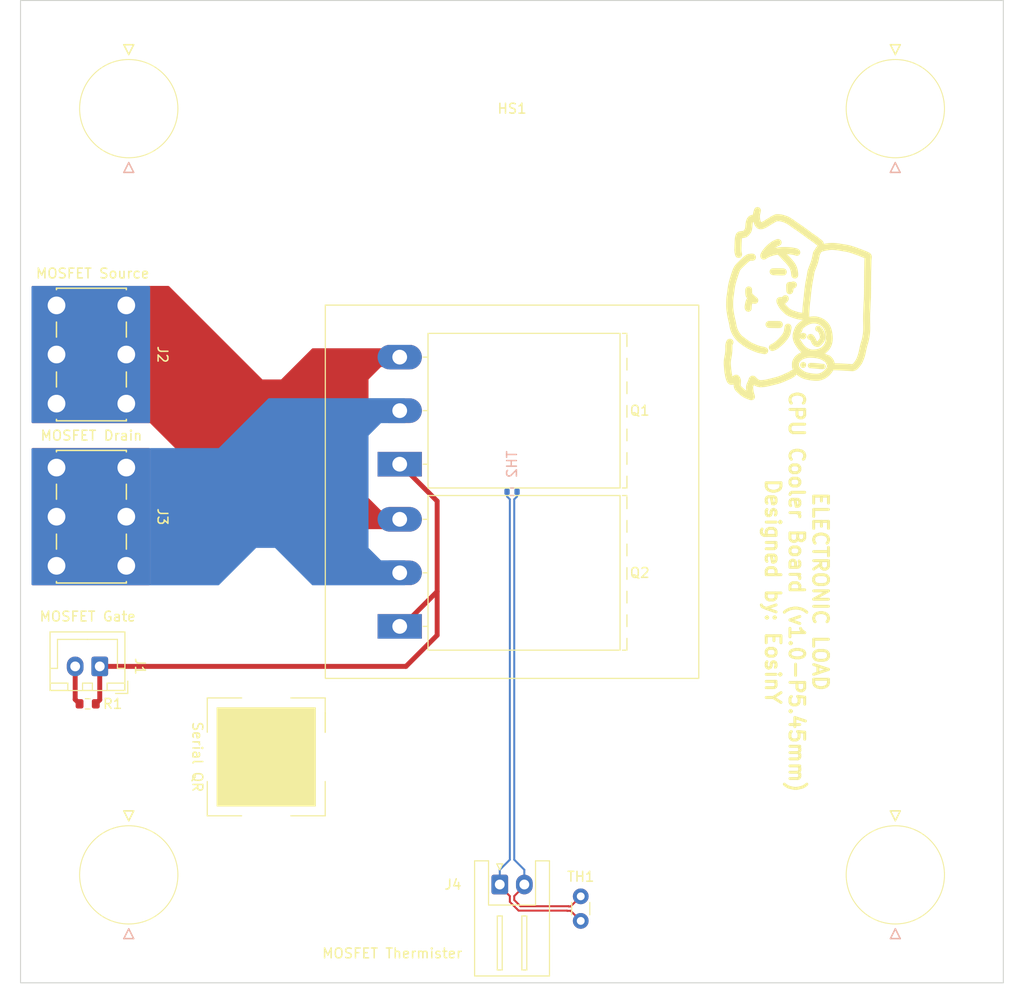
<source format=kicad_pcb>
(kicad_pcb (version 20241229) (generator "pcbnew") (generator_version "9.0")
  (layers (0 "F.Cu" signal) (2 "B.Cu" signal) (13 "F.Paste" user) (15 "B.Paste" user) (5 "F.SilkS" user "F.Silkscreen") (7 "B.SilkS" user "B.Silkscreen") (1 "F.Mask" user) (3 "B.Mask" user) (25 "Edge.Cuts" user))
  (net 0 "")
  (net 1 "GND")
  (net 2 "/Gate")
  (net 3 "/MOS+")
  (net 4 "/NTC+")
  (net 5 "/NTC-")
  (net 6 "/MOS-")
  (footprint "MountingHole:MountingHole_3.2mm_M3" (layer "F.Cu") (at 35 107)
    (property "Reference" "H8" (hide yes))
    (property "Value" "MountingHole")
    (pad "" np_thru_hole circle (at 0 0) (size 3.2 3.2) (drill 3.2) (layers "*.Cu" "*.Mask"))
  )
  (footprint "Eoshi-chan_v2:Eoshi-chan-v2_20x20" (layer "F.Cu") (at 109 61 -90)
    (property "Reference" "P1" (hide yes))
    (property "Value" "Eoshi-chan_Silk" (hide yes))
  )
  (footprint "MountingHole:MountingHole_3.2mm_M3" (layer "F.Cu") (at 125 50)
    (property "Reference" "H6" (hide yes))
    (property "Value" "MountingHole")
    (pad "" np_thru_hole circle (at 0 0) (size 3.2 3.2) (drill 3.2) (layers "*.Cu" "*.Mask"))
  )
  (footprint "Connector_JST:JST_XH_S2B-XH-A_1x02_P2.50mm_Horizontal" (layer "F.Cu") (at 78.76 119.994)
    (property "Reference" "J4" (at -4.76 0.006 0) (layer "F.SilkS"))
    (property "Value" "Thermister")
    (pad "1" thru_hole roundrect (at 0 0) (size 1.7 2) (drill 1) (layers "*.Cu" "*.Mask") (roundrect_rratio 0.147059) (net 4 "/NTC+"))
    (pad "2" thru_hole oval (at 2.5 0) (size 1.7 2) (drill 1) (layers "*.Cu" "*.Mask") (net 5 "/NTC-"))
  )
  (footprint "CPU_Cooler:LGA1700_Cooler" (layer "F.Cu") (at 80.01 80.01)
    (property "Reference" "HS1" (at 0 -39 0) (layer "F.SilkS"))
    (property "Value" "Heatsink")
    (pad "" np_thru_hole circle (at -39 -39) (size 3.2 3.2) (drill 4.2) (layers "*.Cu" "*.Mask"))
    (pad "" np_thru_hole circle (at -39 39) (size 3.2 3.2) (drill 4.2) (layers "*.Cu" "*.Mask"))
    (pad "" np_thru_hole circle (at 39 -39) (size 3.2 3.2) (drill 4.2) (layers "*.Cu" "*.Mask"))
    (pad "" np_thru_hole circle (at 39 39) (size 3.2 3.2) (drill 4.2) (layers "*.Cu" "*.Mask"))
  )
  (footprint "MountingHole:MountingHole_3.2mm_M3" (layer "F.Cu") (at 105 125)
    (property "Reference" "H3" (hide yes))
    (property "Value" "MountingHole")
    (pad "" np_thru_hole circle (at 0 0) (size 3.2 3.2) (drill 3.2) (layers "*.Cu" "*.Mask"))
  )
  (footprint "Package_TO_SOT_THT:TO-3P-3_Horizontal_TabUp" (layer "F.Cu") (at 68.58 93.715 90)
    (property "Reference" "Q2" (at 5.45 24.42 180) (layer "F.SilkS"))
    (property "Value" "TK100E06N1")
    (pad "" np_thru_hole circle (at 5.45 18.8 90) (size 3.4 3.4) (drill 3.4) (layers "*.Cu" "*.Mask"))
    (pad "1" thru_hole rect (at 0 0 90) (size 2.5 4.5) (drill 1.5) (layers "*.Cu" "*.Mask") (net 2 "/Gate"))
    (pad "2" thru_hole oval (at 5.45 0 90) (size 2.5 4.5) (drill 1.5) (layers "*.Cu" "*.Mask") (net 3 "/MOS+"))
    (pad "3" thru_hole oval (at 10.9 0 90) (size 2.5 4.5) (drill 1.5) (layers "*.Cu" "*.Mask") (net 6 "/MOS-"))
  )
  (footprint "JLCPCB_Serial:Serial_QR_10x10" (layer "F.Cu") (at 55 107 -90)
    (property "Reference" "P2" (hide yes))
    (property "Value" "Serial_QR")
    (fp_text user "Serial QR" (at 0 7 270) (layer "F.SilkS"))
  )
  (footprint "MountingHole:MountingHole_3.2mm_M3" (layer "F.Cu") (at 125 105)
    (property "Reference" "H5" (hide yes))
    (property "Value" "MountingHole")
    (pad "" np_thru_hole circle (at 0 0) (size 3.2 3.2) (drill 3.2) (layers "*.Cu" "*.Mask"))
  )
  (footprint "AM_Conn_ScrewTerminal:ScrewTerminal_01x01_PCB-20" (layer "F.Cu") (at 37.211 82.55)
    (property "Reference" "J3" (at 7.239 0 270) (layer "F.SilkS"))
    (property "Value" "MOS+")
    (pad "1" thru_hole circle (at -3.55 -5) (size 2.7 2.7) (drill 1.8) (layers "*.Cu" "*.Mask") (net 3 "/MOS+"))
    (pad "1" thru_hole circle (at -3.55 0) (size 2.7 2.7) (drill 1.8) (layers "*.Cu" "*.Mask") (net 3 "/MOS+"))
    (pad "1" thru_hole circle (at -3.55 5) (size 2.7 2.7) (drill 1.8) (layers "*.Cu" "*.Mask") (net 3 "/MOS+"))
    (pad "1" thru_hole circle (at 3.55 -5) (size 2.7 2.7) (drill 1.8) (layers "*.Cu" "*.Mask") (net 3 "/MOS+"))
    (pad "1" thru_hole circle (at 3.55 0) (size 2.7 2.7) (drill 1.8) (layers "*.Cu" "*.Mask") (net 3 "/MOS+"))
    (pad "1" thru_hole circle (at 3.55 5) (size 2.7 2.7) (drill 1.8) (layers "*.Cu" "*.Mask") (net 3 "/MOS+"))
  )
  (footprint "MountingHole:MountingHole_3.2mm_M3" (layer "F.Cu") (at 35 52)
    (property "Reference" "H7" (hide yes))
    (property "Value" "MountingHole")
    (pad "" np_thru_hole circle (at 0 0) (size 3.2 3.2) (drill 3.2) (layers "*.Cu" "*.Mask"))
  )
  (footprint "Package_TO_SOT_THT:TO-3P-3_Horizontal_TabUp" (layer "F.Cu") (at 68.58 77.205 90)
    (property "Reference" "Q1" (at 5.45 24.42 180) (layer "F.SilkS"))
    (property "Value" "TK100E06N1")
    (pad "" np_thru_hole circle (at 5.45 18.8 90) (size 3.4 3.4) (drill 3.4) (layers "*.Cu" "*.Mask"))
    (pad "1" thru_hole rect (at 0 0 90) (size 2.5 4.5) (drill 1.5) (layers "*.Cu" "*.Mask") (net 2 "/Gate"))
    (pad "2" thru_hole oval (at 5.45 0 90) (size 2.5 4.5) (drill 1.5) (layers "*.Cu" "*.Mask") (net 3 "/MOS+"))
    (pad "3" thru_hole oval (at 10.9 0 90) (size 2.5 4.5) (drill 1.5) (layers "*.Cu" "*.Mask") (net 6 "/MOS-"))
  )
  (footprint "Resistor_SMD:R_0603_1608Metric" (layer "F.Cu") (at 36.83 101.6 180)
    (property "Reference" "R1" (at -2.54 0 0) (layer "F.SilkS"))
    (property "Value" "100k")
    (pad "1" smd roundrect (at -0.825 0 180) (size 0.8 0.95) (layers "F.Cu" "F.Mask" "F.Paste") (net 2 "/Gate"))
    (pad "2" smd roundrect (at 0.825 0 180) (size 0.8 0.95) (layers "F.Cu" "F.Mask" "F.Paste") (net 1 "GND"))
  )
  (footprint "MountingHole:MountingHole_3.2mm_M3" (layer "F.Cu") (at 105 35)
    (property "Reference" "H1" (hide yes))
    (property "Value" "MountingHole")
    (pad "" np_thru_hole circle (at 0 0) (size 3.2 3.2) (drill 3.2) (layers "*.Cu" "*.Mask"))
  )
  (footprint "MountingHole:MountingHole_3.2mm_M3" (layer "F.Cu") (at 55 35)
    (property "Reference" "H4" (hide yes))
    (property "Value" "MountingHole")
    (pad "" np_thru_hole circle (at 0 0) (size 3.2 3.2) (drill 3.2) (layers "*.Cu" "*.Mask"))
  )
  (footprint "AM_Conn_ScrewTerminal:ScrewTerminal_01x01_PCB-20" (layer "F.Cu") (at 37.211 66.04)
    (property "Reference" "J2" (at 7.239 0 270) (layer "F.SilkS"))
    (property "Value" "MOS-")
    (pad "1" thru_hole circle (at -3.55 -5) (size 2.7 2.7) (drill 1.8) (layers "*.Cu" "*.Mask") (net 6 "/MOS-"))
    (pad "1" thru_hole circle (at -3.55 0) (size 2.7 2.7) (drill 1.8) (layers "*.Cu" "*.Mask") (net 6 "/MOS-"))
    (pad "1" thru_hole circle (at -3.55 5) (size 2.7 2.7) (drill 1.8) (layers "*.Cu" "*.Mask") (net 6 "/MOS-"))
    (pad "1" thru_hole circle (at 3.55 -5) (size 2.7 2.7) (drill 1.8) (layers "*.Cu" "*.Mask") (net 6 "/MOS-"))
    (pad "1" thru_hole circle (at 3.55 0) (size 2.7 2.7) (drill 1.8) (layers "*.Cu" "*.Mask") (net 6 "/MOS-"))
    (pad "1" thru_hole circle (at 3.55 5) (size 2.7 2.7) (drill 1.8) (layers "*.Cu" "*.Mask") (net 6 "/MOS-"))
  )
  (footprint "MountingHole:MountingHole_3.2mm_M3" (layer "F.Cu") (at 55 125)
    (property "Reference" "H2" (hide yes))
    (property "Value" "MountingHole")
    (pad "" np_thru_hole circle (at 0 0) (size 3.2 3.2) (drill 3.2) (layers "*.Cu" "*.Mask"))
  )
  (footprint "Connector_JST:JST_XH_B2B-XH-A_1x02_P2.50mm_Vertical" (layer "F.Cu") (at 38.06 97.79 180)
    (property "Reference" "J1" (at -4.104 0 270) (layer "F.SilkS"))
    (property "Value" "Gate")
    (pad "1" thru_hole roundrect (at 0 0 180) (size 1.7 2) (drill 1) (layers "*.Cu" "*.Mask") (roundrect_rratio 0.147059) (net 2 "/Gate"))
    (pad "2" thru_hole oval (at 2.5 0 180) (size 1.7 2) (drill 1) (layers "*.Cu" "*.Mask") (net 1 "GND"))
  )
  (footprint "Capacitor_THT:C_Disc_D3.0mm_W1.6mm_P2.50mm" (layer "F.Cu") (at 87 123.698 90)
    (property "Reference" "TH1" (at 4.5 0 0) (layer "F.SilkS"))
    (property "Value" "NXFT15XH103FA2B050")
    (pad "1" thru_hole circle (at 0 0 90) (size 1.6 1.6) (drill 0.8) (layers "*.Cu" "*.Mask") (net 4 "/NTC+"))
    (pad "2" thru_hole circle (at 2.5 0 90) (size 1.6 1.6) (drill 0.8) (layers "*.Cu" "*.Mask") (net 5 "/NTC-"))
  )
  (footprint "Resistor_SMD:R_0402_1005Metric" (layer "B.Cu") (at 80.01 80.01)
    (property "Reference" "TH2" (at -0.01 -2.794 90) (layer "B.SilkS") (effects (justify mirror)))
    (property "Value" "NXFT15XH103FA2B050")
    (pad "1" smd roundrect (at -0.51 0) (size 0.54 0.64) (layers "B.Cu" "B.Mask" "B.Paste") (net 4 "/NTC+"))
    (pad "2" smd roundrect (at 0.51 0) (size 0.54 0.64) (layers "B.Cu" "B.Mask" "B.Paste") (net 5 "/NTC-"))
  )
  (gr_line (start 119.51 34.5) (end 119.01 35.5) (stroke (width 0.15)) (layer "F.SilkS"))
  (gr_line (start 40.51 112.5) (end 41.51 112.5) (stroke (width 0.15)) (layer "F.SilkS"))
  (gr_line (start 41.51 34.5) (end 41.01 35.5) (stroke (width 0.15)) (layer "F.SilkS"))
  (gr_line (start 119.01 113.5) (end 118.51 112.5) (stroke (width 0.15)) (layer "F.SilkS"))
  (gr_line (start 118.51 34.5) (end 119.51 34.5) (stroke (width 0.15)) (layer "F.SilkS"))
  (gr_line (start 119.51 112.5) (end 119.01 113.5) (stroke (width 0.15)) (layer "F.SilkS"))
  (gr_line (start 118.51 112.5) (end 119.51 112.5) (stroke (width 0.15)) (layer "F.SilkS"))
  (gr_line (start 41.01 113.5) (end 40.51 112.5) (stroke (width 0.15)) (layer "F.SilkS"))
  (gr_line (start 119.01 35.5) (end 118.51 34.5) (stroke (width 0.15)) (layer "F.SilkS"))
  (gr_line (start 40.51 34.5) (end 41.51 34.5) (stroke (width 0.15)) (layer "F.SilkS"))
  (gr_line (start 41.51 112.5) (end 41.01 113.5) (stroke (width 0.15)) (layer "F.SilkS"))
  (gr_line (start 41.01 35.5) (end 40.51 34.5) (stroke (width 0.15)) (layer "F.SilkS"))
  (gr_line (start 41.51 47.5) (end 40.51 47.5) (stroke (width 0.15)) (layer "B.SilkS"))
  (gr_line (start 119.5 47.5) (end 118.5 47.5) (stroke (width 0.15)) (layer "B.SilkS"))
  (gr_line (start 119.51 125.5) (end 118.51 125.5) (stroke (width 0.15)) (layer "B.SilkS"))
  (gr_line (start 41.51 125.5) (end 40.51 125.5) (stroke (width 0.15)) (layer "B.SilkS"))
  (gr_line (start 118.51 125.5) (end 119.01 124.5) (stroke (width 0.15)) (layer "B.SilkS"))
  (gr_line (start 40.51 125.5) (end 41.01 124.5) (stroke (width 0.15)) (layer "B.SilkS"))
  (gr_line (start 119 46.5) (end 119.5 47.5) (stroke (width 0.15)) (layer "B.SilkS"))
  (gr_line (start 118.5 47.5) (end 119 46.5) (stroke (width 0.15)) (layer "B.SilkS"))
  (gr_line (start 119.01 124.5) (end 119.51 125.5) (stroke (width 0.15)) (layer "B.SilkS"))
  (gr_line (start 40.51 47.5) (end 41.01 46.5) (stroke (width 0.15)) (layer "B.SilkS"))
  (gr_line (start 41.01 124.5) (end 41.51 125.5) (stroke (width 0.15)) (layer "B.SilkS"))
  (gr_line (start 41.01 46.5) (end 41.51 47.5) (stroke (width 0.15)) (layer "B.SilkS"))
  (gr_rect (start 30 30) (end 130 130) (stroke (width 0.1)) (fill no) (layer "Edge.Cuts"))
  (gr_text "ELECTRONIC LOAD\nCPU Cooler Board (v1.0-P5.45mm)\nDesigned by: EosinY" (at 108.966 90.17 270) (layer "F.SilkS") (effects (font (size 1.5 1.5) (thickness 0.3))))
  (gr_text "MOSFET Thermister\n" (at 67.818 127 0) (layer "F.SilkS") (effects (font (size 1 1))))
  (gr_text "MOSFET Drain" (at 37.211 74.295 0) (layer "F.SilkS") (effects (font (size 1 1))))
  (gr_text "MOSFET Source\n" (at 37.338 57.785 0) (layer "F.SilkS") (effects (font (size 1 1))))
  (gr_text "MOSFET Gate" (at 36.83 92.71 0) (layer "F.SilkS") (effects (font (size 1 1))))
  (segment (start 35.56 101.155) (end 36.005 101.6) (width 0.5) (layer "F.Cu") (net 1))
  (segment (start 35.56 97.79) (end 35.56 101.155) (width 0.5) (layer "F.Cu") (net 1))
  (segment (start 38.06 97.79) (end 38.06 101.195) (width 0.5) (layer "F.Cu") (net 2))
  (segment (start 72.39 90.17) (end 72.39 80.9625) (width 0.5) (layer "F.Cu") (net 2))
  (segment (start 72.39 80.9625) (end 68.6325 77.205) (width 0.5) (layer "F.Cu") (net 2))
  (segment (start 68.6325 77.205) (end 68.58 77.205) (width 0.5) (layer "F.Cu") (net 2))
  (segment (start 68.845 93.715) (end 72.39 90.17) (width 0.5) (layer "F.Cu") (net 2))
  (segment (start 69.215 97.79) (end 72.39 94.615) (width 0.5) (layer "F.Cu") (net 2))
  (segment (start 68.58 93.715) (end 68.845 93.715) (width 0.5) (layer "F.Cu") (net 2))
  (segment (start 38.06 97.79) (end 69.215 97.79) (width 0.5) (layer "F.Cu") (net 2))
  (segment (start 38.06 101.195) (end 37.655 101.6) (width 0.5) (layer "F.Cu") (net 2))
  (segment (start 72.39 94.615) (end 72.39 90.17) (width 0.5) (layer "F.Cu") (net 2))
  (segment (start 85.598 122.653) (end 85.618001 122.673001) (width 0.2) (layer "F.Cu") (net 4))
  (segment (start 79.785 121.759198) (end 80.678802 122.653) (width 0.2) (layer "F.Cu") (net 4))
  (segment (start 78.76 120.144) (end 79.785 121.169) (width 0.2) (layer "F.Cu") (net 4))
  (segment (start 79.785 121.169) (end 79.785 121.759198) (width 0.2) (layer "F.Cu") (net 4))
  (segment (start 80.678802 122.653) (end 85.598 122.653) (width 0.2) (layer "F.Cu") (net 4))
  (segment (start 78.78 119.974) (end 78.74 119.974) (width 0.2) (layer "F.Cu") (net 4))
  (segment (start 85.975001 122.673001) (end 87 123.698) (width 0.2) (layer "F.Cu") (net 4))
  (segment (start 78.74 119.974) (end 78.76 119.994) (width 0.2) (layer "F.Cu") (net 4))
  (segment (start 85.618001 122.673001) (end 85.975001 122.673001) (width 0.2) (layer "F.Cu") (net 4))
  (segment (start 78.76 119.994) (end 78.76 120.144) (width 0.2) (layer "F.Cu") (net 4))
  (segment (start 78.76 119.994) (end 78.76 118.493999) (width 0.2) (layer "B.Cu") (net 4))
  (segment (start 79.785 117.468999) (end 79.785 80.775001) (width 0.2) (layer "B.Cu") (net 4))
  (segment (start 79.785 80.775001) (end 79.5 80.490001) (width 0.2) (layer "B.Cu") (net 4))
  (segment (start 79.5 80.490001) (end 79.5 80.01) (width 0.2) (layer "B.Cu") (net 4))
  (segment (start 78.76 118.493999) (end 79.785 117.468999) (width 0.2) (layer "B.Cu") (net 4))
  (segment (start 85.770206 122.203) (end 85.790205 122.222999) (width 0.2) (layer "F.Cu") (net 5))
  (segment (start 81.26 119.994) (end 81.26 120.144) (width 0.2) (layer "F.Cu") (net 5))
  (segment (start 80.865198 122.203) (end 85.770206 122.203) (width 0.2) (layer "F.Cu") (net 5))
  (segment (start 80.235 121.572802) (end 80.865198 122.203) (width 0.2) (layer "F.Cu") (net 5))
  (segment (start 85.790205 122.222999) (end 85.975001 122.222999) (width 0.2) (layer "F.Cu") (net 5))
  (segment (start 81.26 120.144) (end 80.235 121.169) (width 0.2) (layer "F.Cu") (net 5))
  (segment (start 85.975001 122.222999) (end 87 121.198) (width 0.2) (layer "F.Cu") (net 5))
  (segment (start 80.235 121.169) (end 80.235 121.572802) (width 0.2) (layer "F.Cu") (net 5))
  (segment (start 80.52 80.490001) (end 80.52 80.01) (width 0.2) (layer "B.Cu") (net 5))
  (segment (start 80.235 80.775001) (end 80.52 80.490001) (width 0.2) (layer "B.Cu") (net 5))
  (segment (start 81.26 118.493999) (end 80.235 117.468999) (width 0.2) (layer "B.Cu") (net 5))
  (segment (start 81.26 119.994) (end 81.26 118.493999) (width 0.2) (layer "B.Cu") (net 5))
  (segment (start 80.235 117.468999) (end 80.235 80.775001) (width 0.2) (layer "B.Cu") (net 5))
  (zone (net 6) (net_name "/MOS-") (layer "F.Cu") (priority 1) (connect_pads yes (clearance 0.508)) (min_thickness 0.25) (fill yes (thermal_gap 0.5) (thermal_bridge_width 0.5))
    (polygon (pts (xy 43.18 73.025) (xy 53.975 83.82) (xy 69.215 83.82) (xy 69.215 81.915) (xy 66.675 81.915) (xy 65.405 80.645) (xy 65.405 68.58) (xy 66.675 67.31) (xy 69.215 67.31) (xy 69.215 65.405) (xy 59.69 65.405) (xy 56.515 68.58) (xy 54.61 68.58) (xy 45.085 59.055) (xy 43.18 59.055)))
  )
  (zone (net 6) (net_name "/MOS-") (layers "F.Cu" "B.Cu") (connect_pads yes (clearance 0.508)) (min_thickness 0.254) (fill yes (thermal_gap 0.508) (thermal_bridge_width 0.508))
    (polygon (pts (xy 43.18 73.025) (xy 31.115 73.025) (xy 31.115 59.055) (xy 43.18 59.055)))
  )
  (zone (net 3) (net_name "/MOS+") (layers "F.Cu" "B.Cu") (connect_pads yes (clearance 0.508)) (min_thickness 0.254) (fill yes (thermal_gap 0.508) (thermal_bridge_width 0.508))
    (polygon (pts (xy 43.18 89.535) (xy 31.115 89.535) (xy 31.115 75.565) (xy 43.18 75.565)))
  )
  (zone (net 3) (net_name "/MOS+") (layer "B.Cu") (priority 2) (connect_pads yes (clearance 0.508)) (min_thickness 0.25) (fill yes (thermal_gap 0.5) (thermal_bridge_width 0.5))
    (polygon (pts (xy 43.18 75.565) (xy 50.165 75.565) (xy 55.245 70.485) (xy 69.215 70.485) (xy 69.215 73.025) (xy 66.675 73.025) (xy 65.405 74.295) (xy 65.405 85.725) (xy 66.675 86.995) (xy 69.215 86.995) (xy 69.215 89.535) (xy 59.69 89.535) (xy 55.89497 85.725) (xy 53.975 85.725) (xy 50.165 89.535) (xy 43.18 89.535)))
  )
)
</source>
